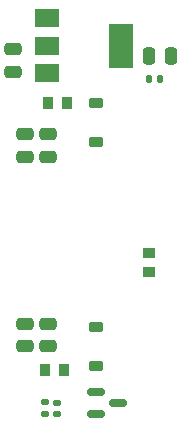
<source format=gbr>
%TF.GenerationSoftware,KiCad,Pcbnew,7.0.2*%
%TF.CreationDate,2025-01-10T16:25:51-06:00*%
%TF.ProjectId,gateDr_mainboard,67617465-4472-45f6-9d61-696e626f6172,rev?*%
%TF.SameCoordinates,Original*%
%TF.FileFunction,Paste,Top*%
%TF.FilePolarity,Positive*%
%FSLAX46Y46*%
G04 Gerber Fmt 4.6, Leading zero omitted, Abs format (unit mm)*
G04 Created by KiCad (PCBNEW 7.0.2) date 2025-01-10 16:25:51*
%MOMM*%
%LPD*%
G01*
G04 APERTURE LIST*
G04 Aperture macros list*
%AMRoundRect*
0 Rectangle with rounded corners*
0 $1 Rounding radius*
0 $2 $3 $4 $5 $6 $7 $8 $9 X,Y pos of 4 corners*
0 Add a 4 corners polygon primitive as box body*
4,1,4,$2,$3,$4,$5,$6,$7,$8,$9,$2,$3,0*
0 Add four circle primitives for the rounded corners*
1,1,$1+$1,$2,$3*
1,1,$1+$1,$4,$5*
1,1,$1+$1,$6,$7*
1,1,$1+$1,$8,$9*
0 Add four rect primitives between the rounded corners*
20,1,$1+$1,$2,$3,$4,$5,0*
20,1,$1+$1,$4,$5,$6,$7,0*
20,1,$1+$1,$6,$7,$8,$9,0*
20,1,$1+$1,$8,$9,$2,$3,0*%
G04 Aperture macros list end*
%ADD10R,0.950000X1.000000*%
%ADD11RoundRect,0.150000X-0.587500X-0.150000X0.587500X-0.150000X0.587500X0.150000X-0.587500X0.150000X0*%
%ADD12RoundRect,0.250000X-0.475000X0.250000X-0.475000X-0.250000X0.475000X-0.250000X0.475000X0.250000X0*%
%ADD13R,2.000000X1.500000*%
%ADD14R,2.000000X3.800000*%
%ADD15R,1.000000X0.950000*%
%ADD16RoundRect,0.140000X-0.140000X-0.170000X0.140000X-0.170000X0.140000X0.170000X-0.140000X0.170000X0*%
%ADD17RoundRect,0.250000X-0.250000X-0.475000X0.250000X-0.475000X0.250000X0.475000X-0.250000X0.475000X0*%
%ADD18RoundRect,0.135000X-0.185000X0.135000X-0.185000X-0.135000X0.185000X-0.135000X0.185000X0.135000X0*%
%ADD19RoundRect,0.250000X0.475000X-0.250000X0.475000X0.250000X-0.475000X0.250000X-0.475000X-0.250000X0*%
%ADD20RoundRect,0.225000X-0.375000X0.225000X-0.375000X-0.225000X0.375000X-0.225000X0.375000X0.225000X0*%
%ADD21RoundRect,0.140000X0.170000X-0.140000X0.170000X0.140000X-0.170000X0.140000X-0.170000X-0.140000X0*%
G04 APERTURE END LIST*
D10*
%TO.C,FB2*%
X58340000Y-93870000D03*
X56740000Y-93870000D03*
%TD*%
D11*
%TO.C,U3*%
X61102500Y-95680000D03*
X61102500Y-97580000D03*
X62977500Y-96630000D03*
%TD*%
D12*
%TO.C,C6*%
X57040000Y-89920000D03*
X57040000Y-91820000D03*
%TD*%
D13*
%TO.C,U2*%
X56890000Y-64070000D03*
X56890000Y-66370000D03*
D14*
X63190000Y-66370000D03*
D13*
X56890000Y-68670000D03*
%TD*%
D15*
%TO.C,FB3*%
X65540000Y-83920000D03*
X65540000Y-85520000D03*
%TD*%
D16*
%TO.C,C10*%
X65530000Y-69220000D03*
X66490000Y-69220000D03*
%TD*%
D17*
%TO.C,C9*%
X65540000Y-67220000D03*
X67440000Y-67220000D03*
%TD*%
D18*
%TO.C,R1*%
X56750000Y-96580000D03*
X56750000Y-97600000D03*
%TD*%
D10*
%TO.C,FB1*%
X58640000Y-71220000D03*
X57040000Y-71220000D03*
%TD*%
D19*
%TO.C,C8*%
X54040000Y-68580000D03*
X54040000Y-66680000D03*
%TD*%
D12*
%TO.C,C4*%
X55040000Y-73870000D03*
X55040000Y-75770000D03*
%TD*%
%TO.C,C7*%
X55040000Y-89920000D03*
X55040000Y-91820000D03*
%TD*%
D20*
%TO.C,D2*%
X61040000Y-71220000D03*
X61040000Y-74520000D03*
%TD*%
%TO.C,D1*%
X61040000Y-90220000D03*
X61040000Y-93520000D03*
%TD*%
D12*
%TO.C,C5*%
X57040000Y-73870000D03*
X57040000Y-75770000D03*
%TD*%
D21*
%TO.C,C11*%
X57750000Y-97580000D03*
X57750000Y-96620000D03*
%TD*%
M02*

</source>
